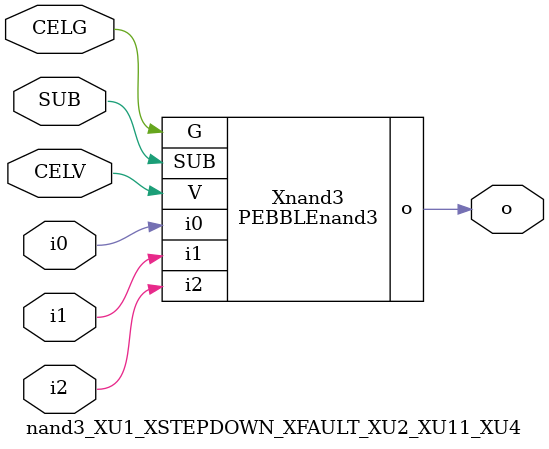
<source format=v>



module PEBBLEnand3 ( o, G, SUB, V, i0, i1, i2 );

  input i0;
  input V;
  input i2;
  input i1;
  input G;
  output o;
  input SUB;
endmodule

//Celera Confidential Do Not Copy nand3_XU1_XSTEPDOWN_XFAULT_XU2_XU11_XU4
//Celera Confidential Symbol Generator
//5V Inverter
module nand3_XU1_XSTEPDOWN_XFAULT_XU2_XU11_XU4 (CELV,CELG,i0,i1,i2,o,SUB);
input CELV;
input CELG;
input i0;
input i1;
input i2;
input SUB;
output o;

//Celera Confidential Do Not Copy nand3
PEBBLEnand3 Xnand3(
.V (CELV),
.i0 (i0),
.i1 (i1),
.i2 (i2),
.o (o),
.SUB (SUB),
.G (CELG)
);
//,diesize,PEBBLEnand3

//Celera Confidential Do Not Copy Module End
//Celera Schematic Generator
endmodule

</source>
